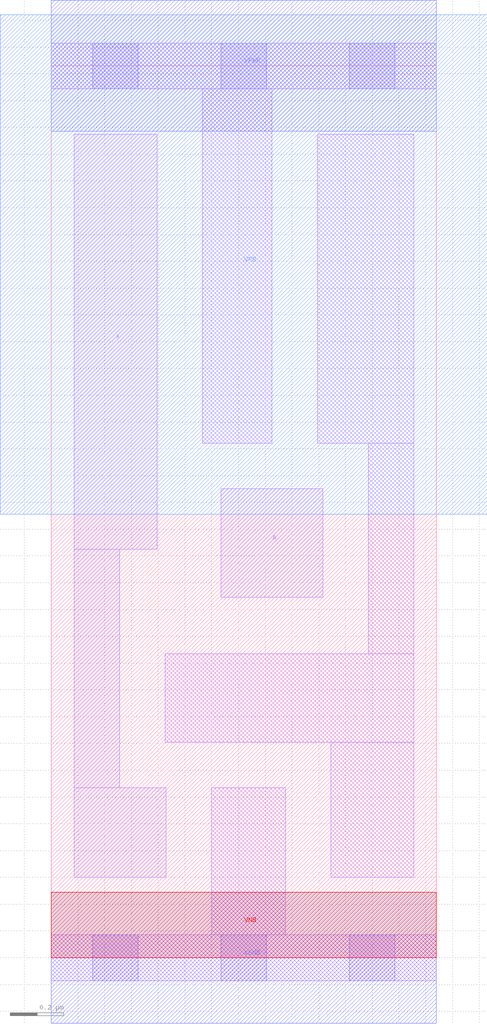
<source format=lef>
# Copyright 2020 The SkyWater PDK Authors
#
# Licensed under the Apache License, Version 2.0 (the "License");
# you may not use this file except in compliance with the License.
# You may obtain a copy of the License at
#
#     https://www.apache.org/licenses/LICENSE-2.0
#
# Unless required by applicable law or agreed to in writing, software
# distributed under the License is distributed on an "AS IS" BASIS,
# WITHOUT WARRANTIES OR CONDITIONS OF ANY KIND, either express or implied.
# See the License for the specific language governing permissions and
# limitations under the License.
#
# SPDX-License-Identifier: Apache-2.0

VERSION 5.7 ;
  NOWIREEXTENSIONATPIN ON ;
  DIVIDERCHAR "/" ;
  BUSBITCHARS "[]" ;
MACRO sky130_fd_sc_lp__clkbuf_1
  CLASS CORE ;
  FOREIGN sky130_fd_sc_lp__clkbuf_1 ;
  ORIGIN  0.000000  0.000000 ;
  SIZE  1.440000 BY  3.330000 ;
  SYMMETRY X Y R90 ;
  SITE unit ;
  PIN A
    ANTENNAGATEAREA  0.252000 ;
    DIRECTION INPUT ;
    USE SIGNAL ;
    PORT
      LAYER li1 ;
        RECT 0.635000 1.345000 1.015000 1.750000 ;
    END
  END A
  PIN X
    ANTENNADIFFAREA  0.445200 ;
    DIRECTION OUTPUT ;
    USE SIGNAL ;
    PORT
      LAYER li1 ;
        RECT 0.085000 0.300000 0.430000 0.635000 ;
        RECT 0.085000 0.635000 0.255000 1.525000 ;
        RECT 0.085000 1.525000 0.395000 3.075000 ;
    END
  END X
  PIN VGND
    DIRECTION INOUT ;
    USE GROUND ;
    PORT
      LAYER met1 ;
        RECT 0.000000 -0.245000 1.440000 0.245000 ;
    END
  END VGND
  PIN VNB
    DIRECTION INOUT ;
    USE GROUND ;
    PORT
      LAYER pwell ;
        RECT 0.000000 0.000000 1.440000 0.245000 ;
    END
  END VNB
  PIN VPB
    DIRECTION INOUT ;
    USE POWER ;
    PORT
      LAYER nwell ;
        RECT -0.190000 1.655000 1.630000 3.520000 ;
    END
  END VPB
  PIN VPWR
    DIRECTION INOUT ;
    USE POWER ;
    PORT
      LAYER met1 ;
        RECT 0.000000 3.085000 1.440000 3.575000 ;
    END
  END VPWR
  OBS
    LAYER li1 ;
      RECT 0.000000 -0.085000 1.440000 0.085000 ;
      RECT 0.000000  3.245000 1.440000 3.415000 ;
      RECT 0.425000  0.805000 1.355000 1.135000 ;
      RECT 0.565000  1.920000 0.825000 3.245000 ;
      RECT 0.600000  0.085000 0.875000 0.635000 ;
      RECT 0.995000  1.920000 1.355000 3.075000 ;
      RECT 1.045000  0.300000 1.355000 0.805000 ;
      RECT 1.185000  1.135000 1.355000 1.920000 ;
    LAYER mcon ;
      RECT 0.155000 -0.085000 0.325000 0.085000 ;
      RECT 0.155000  3.245000 0.325000 3.415000 ;
      RECT 0.635000 -0.085000 0.805000 0.085000 ;
      RECT 0.635000  3.245000 0.805000 3.415000 ;
      RECT 1.115000 -0.085000 1.285000 0.085000 ;
      RECT 1.115000  3.245000 1.285000 3.415000 ;
  END
END sky130_fd_sc_lp__clkbuf_1
END LIBRARY

</source>
